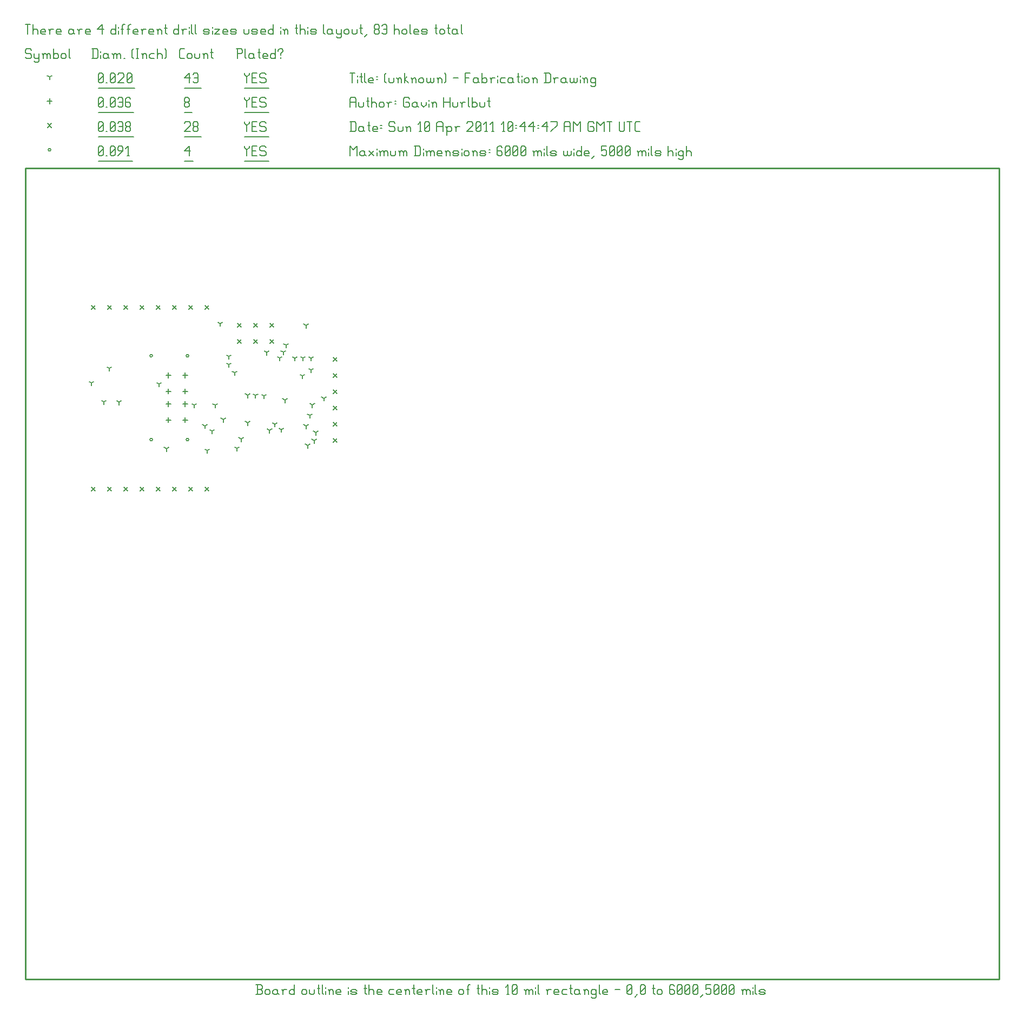
<source format=gbr>
G04 start of page 11 for group -3984 idx -3984 *
G04 Title: (unknown), fab *
G04 Creator: pcb 20091103 *
G04 CreationDate: Sun 10 Apr 2011 10:44:47 AM GMT UTC *
G04 For: gjhurlbu *
G04 Format: Gerber/RS-274X *
G04 PCB-Dimensions: 600000 500000 *
G04 PCB-Coordinate-Origin: lower left *
%MOIN*%
%FSLAX25Y25*%
%LNFAB*%
%ADD11C,0.0100*%
%ADD30R,0.0080X0.0080*%
%ADD31C,0.0060*%
G54D30*X99200Y384300D02*G75*G03X100800Y384300I800J0D01*G01*
G75*G03X99200Y384300I-800J0D01*G01*
X76800D02*G75*G03X78400Y384300I800J0D01*G01*
G75*G03X76800Y384300I-800J0D01*G01*
X99200Y332600D02*G75*G03X100800Y332600I800J0D01*G01*
G75*G03X99200Y332600I-800J0D01*G01*
X76800D02*G75*G03X78400Y332600I800J0D01*G01*
G75*G03X76800Y332600I-800J0D01*G01*
X14200Y511250D02*G75*G03X15800Y511250I800J0D01*G01*
G75*G03X14200Y511250I-800J0D01*G01*
G54D31*X135000Y513500D02*Y512750D01*
X136500Y511250D01*
X138000Y512750D01*
Y513500D02*Y512750D01*
X136500Y511250D02*Y507500D01*
X139801Y510500D02*X142051D01*
X139801Y507500D02*X142801D01*
X139801Y513500D02*Y507500D01*
Y513500D02*X142801D01*
X147603D02*X148353Y512750D01*
X145353Y513500D02*X147603D01*
X144603Y512750D02*X145353Y513500D01*
X144603Y512750D02*Y511250D01*
X145353Y510500D01*
X147603D01*
X148353Y509750D01*
Y508250D01*
X147603Y507500D02*X148353Y508250D01*
X145353Y507500D02*X147603D01*
X144603Y508250D02*X145353Y507500D01*
X135000Y504249D02*X150154D01*
X98000Y510500D02*X101000Y513500D01*
X98000Y510500D02*X101750D01*
X101000Y513500D02*Y507500D01*
X98000Y504249D02*X103551D01*
X45000Y508250D02*X45750Y507500D01*
X45000Y512750D02*Y508250D01*
Y512750D02*X45750Y513500D01*
X47250D01*
X48000Y512750D01*
Y508250D01*
X47250Y507500D02*X48000Y508250D01*
X45750Y507500D02*X47250D01*
X45000Y509000D02*X48000Y512000D01*
X49801Y507500D02*X50551D01*
X52353Y508250D02*X53103Y507500D01*
X52353Y512750D02*Y508250D01*
Y512750D02*X53103Y513500D01*
X54603D01*
X55353Y512750D01*
Y508250D01*
X54603Y507500D02*X55353Y508250D01*
X53103Y507500D02*X54603D01*
X52353Y509000D02*X55353Y512000D01*
X57154Y507500D02*X60154Y510500D01*
Y512750D02*Y510500D01*
X59404Y513500D02*X60154Y512750D01*
X57904Y513500D02*X59404D01*
X57154Y512750D02*X57904Y513500D01*
X57154Y512750D02*Y511250D01*
X57904Y510500D01*
X60154D01*
X62706Y507500D02*X64206D01*
X63456Y513500D02*Y507500D01*
X61956Y512000D02*X63456Y513500D01*
X45000Y504249D02*X66007D01*
X150800Y404200D02*X153200Y401800D01*
X150800D02*X153200Y404200D01*
X150800Y394200D02*X153200Y391800D01*
X150800D02*X153200Y394200D01*
X140800Y404200D02*X143200Y401800D01*
X140800D02*X143200Y404200D01*
X140800Y394200D02*X143200Y391800D01*
X140800D02*X143200Y394200D01*
X130800Y404200D02*X133200Y401800D01*
X130800D02*X133200Y404200D01*
X130800Y394200D02*X133200Y391800D01*
X130800D02*X133200Y394200D01*
X40800Y415200D02*X43200Y412800D01*
X40800D02*X43200Y415200D01*
X50800D02*X53200Y412800D01*
X50800D02*X53200Y415200D01*
X60800D02*X63200Y412800D01*
X60800D02*X63200Y415200D01*
X70800D02*X73200Y412800D01*
X70800D02*X73200Y415200D01*
X80800D02*X83200Y412800D01*
X80800D02*X83200Y415200D01*
X90800D02*X93200Y412800D01*
X90800D02*X93200Y415200D01*
X100800D02*X103200Y412800D01*
X100800D02*X103200Y415200D01*
X110800D02*X113200Y412800D01*
X110800D02*X113200Y415200D01*
X189800Y383200D02*X192200Y380800D01*
X189800D02*X192200Y383200D01*
X189800Y373200D02*X192200Y370800D01*
X189800D02*X192200Y373200D01*
X189800Y363200D02*X192200Y360800D01*
X189800D02*X192200Y363200D01*
X189800Y353200D02*X192200Y350800D01*
X189800D02*X192200Y353200D01*
X189800Y343200D02*X192200Y340800D01*
X189800D02*X192200Y343200D01*
X189800Y333200D02*X192200Y330800D01*
X189800D02*X192200Y333200D01*
X40800Y303200D02*X43200Y300800D01*
X40800D02*X43200Y303200D01*
X50800D02*X53200Y300800D01*
X50800D02*X53200Y303200D01*
X60800D02*X63200Y300800D01*
X60800D02*X63200Y303200D01*
X70800D02*X73200Y300800D01*
X70800D02*X73200Y303200D01*
X80800D02*X83200Y300800D01*
X80800D02*X83200Y303200D01*
X90800D02*X93200Y300800D01*
X90800D02*X93200Y303200D01*
X100800D02*X103200Y300800D01*
X100800D02*X103200Y303200D01*
X110800D02*X113200Y300800D01*
X110800D02*X113200Y303200D01*
X13800Y527450D02*X16200Y525050D01*
X13800D02*X16200Y527450D01*
X135000Y528500D02*Y527750D01*
X136500Y526250D01*
X138000Y527750D01*
Y528500D02*Y527750D01*
X136500Y526250D02*Y522500D01*
X139801Y525500D02*X142051D01*
X139801Y522500D02*X142801D01*
X139801Y528500D02*Y522500D01*
Y528500D02*X142801D01*
X147603D02*X148353Y527750D01*
X145353Y528500D02*X147603D01*
X144603Y527750D02*X145353Y528500D01*
X144603Y527750D02*Y526250D01*
X145353Y525500D01*
X147603D01*
X148353Y524750D01*
Y523250D01*
X147603Y522500D02*X148353Y523250D01*
X145353Y522500D02*X147603D01*
X144603Y523250D02*X145353Y522500D01*
X135000Y519249D02*X150154D01*
X98000Y527750D02*X98750Y528500D01*
X101000D01*
X101750Y527750D01*
Y526250D01*
X98000Y522500D02*X101750Y526250D01*
X98000Y522500D02*X101750D01*
X103551Y523250D02*X104301Y522500D01*
X103551Y524750D02*Y523250D01*
Y524750D02*X104301Y525500D01*
X105801D01*
X106551Y524750D01*
Y523250D01*
X105801Y522500D02*X106551Y523250D01*
X104301Y522500D02*X105801D01*
X103551Y526250D02*X104301Y525500D01*
X103551Y527750D02*Y526250D01*
Y527750D02*X104301Y528500D01*
X105801D01*
X106551Y527750D01*
Y526250D01*
X105801Y525500D02*X106551Y526250D01*
X98000Y519249D02*X108353D01*
X45000Y523250D02*X45750Y522500D01*
X45000Y527750D02*Y523250D01*
Y527750D02*X45750Y528500D01*
X47250D01*
X48000Y527750D01*
Y523250D01*
X47250Y522500D02*X48000Y523250D01*
X45750Y522500D02*X47250D01*
X45000Y524000D02*X48000Y527000D01*
X49801Y522500D02*X50551D01*
X52353Y523250D02*X53103Y522500D01*
X52353Y527750D02*Y523250D01*
Y527750D02*X53103Y528500D01*
X54603D01*
X55353Y527750D01*
Y523250D01*
X54603Y522500D02*X55353Y523250D01*
X53103Y522500D02*X54603D01*
X52353Y524000D02*X55353Y527000D01*
X57154Y527750D02*X57904Y528500D01*
X59404D01*
X60154Y527750D01*
Y523250D01*
X59404Y522500D02*X60154Y523250D01*
X57904Y522500D02*X59404D01*
X57154Y523250D02*X57904Y522500D01*
Y525500D02*X60154D01*
X61956Y523250D02*X62706Y522500D01*
X61956Y524750D02*Y523250D01*
Y524750D02*X62706Y525500D01*
X64206D01*
X64956Y524750D01*
Y523250D01*
X64206Y522500D02*X64956Y523250D01*
X62706Y522500D02*X64206D01*
X61956Y526250D02*X62706Y525500D01*
X61956Y527750D02*Y526250D01*
Y527750D02*X62706Y528500D01*
X64206D01*
X64956Y527750D01*
Y526250D01*
X64206Y525500D02*X64956Y526250D01*
X45000Y519249D02*X66757D01*
X88300Y373800D02*Y370600D01*
X86700Y372200D02*X89900D01*
X88300Y364000D02*Y360800D01*
X86700Y362400D02*X89900D01*
X88300Y356100D02*Y352900D01*
X86700Y354500D02*X89900D01*
X88300Y346300D02*Y343100D01*
X86700Y344700D02*X89900D01*
X98600Y373800D02*Y370600D01*
X97000Y372200D02*X100200D01*
X98600Y364000D02*Y360800D01*
X97000Y362400D02*X100200D01*
X98600Y356100D02*Y352900D01*
X97000Y354500D02*X100200D01*
X98600Y346300D02*Y343100D01*
X97000Y344700D02*X100200D01*
X15000Y542850D02*Y539650D01*
X13400Y541250D02*X16600D01*
X135000Y543500D02*Y542750D01*
X136500Y541250D01*
X138000Y542750D01*
Y543500D02*Y542750D01*
X136500Y541250D02*Y537500D01*
X139801Y540500D02*X142051D01*
X139801Y537500D02*X142801D01*
X139801Y543500D02*Y537500D01*
Y543500D02*X142801D01*
X147603D02*X148353Y542750D01*
X145353Y543500D02*X147603D01*
X144603Y542750D02*X145353Y543500D01*
X144603Y542750D02*Y541250D01*
X145353Y540500D01*
X147603D01*
X148353Y539750D01*
Y538250D01*
X147603Y537500D02*X148353Y538250D01*
X145353Y537500D02*X147603D01*
X144603Y538250D02*X145353Y537500D01*
X135000Y534249D02*X150154D01*
X98000Y538250D02*X98750Y537500D01*
X98000Y539750D02*Y538250D01*
Y539750D02*X98750Y540500D01*
X100250D01*
X101000Y539750D01*
Y538250D01*
X100250Y537500D02*X101000Y538250D01*
X98750Y537500D02*X100250D01*
X98000Y541250D02*X98750Y540500D01*
X98000Y542750D02*Y541250D01*
Y542750D02*X98750Y543500D01*
X100250D01*
X101000Y542750D01*
Y541250D01*
X100250Y540500D02*X101000Y541250D01*
X98000Y534249D02*X102801D01*
X45000Y538250D02*X45750Y537500D01*
X45000Y542750D02*Y538250D01*
Y542750D02*X45750Y543500D01*
X47250D01*
X48000Y542750D01*
Y538250D01*
X47250Y537500D02*X48000Y538250D01*
X45750Y537500D02*X47250D01*
X45000Y539000D02*X48000Y542000D01*
X49801Y537500D02*X50551D01*
X52353Y538250D02*X53103Y537500D01*
X52353Y542750D02*Y538250D01*
Y542750D02*X53103Y543500D01*
X54603D01*
X55353Y542750D01*
Y538250D01*
X54603Y537500D02*X55353Y538250D01*
X53103Y537500D02*X54603D01*
X52353Y539000D02*X55353Y542000D01*
X57154Y542750D02*X57904Y543500D01*
X59404D01*
X60154Y542750D01*
Y538250D01*
X59404Y537500D02*X60154Y538250D01*
X57904Y537500D02*X59404D01*
X57154Y538250D02*X57904Y537500D01*
Y540500D02*X60154D01*
X64206Y543500D02*X64956Y542750D01*
X62706Y543500D02*X64206D01*
X61956Y542750D02*X62706Y543500D01*
X61956Y542750D02*Y538250D01*
X62706Y537500D01*
X64206Y540500D02*X64956Y539750D01*
X61956Y540500D02*X64206D01*
X62706Y537500D02*X64206D01*
X64956Y538250D01*
Y539750D02*Y538250D01*
X45000Y534249D02*X66757D01*
X57761Y355664D02*Y354064D01*
Y355664D02*X59147Y356464D01*
X57761Y355664D02*X56375Y356464D01*
X160000Y357000D02*Y355400D01*
Y357000D02*X161386Y357800D01*
X160000Y357000D02*X158614Y357800D01*
X130439Y327201D02*Y325601D01*
Y327201D02*X131825Y328001D01*
X130439Y327201D02*X129053Y328001D01*
X137000Y343000D02*Y341400D01*
Y343000D02*X138386Y343800D01*
X137000Y343000D02*X135614Y343800D01*
X87000Y327000D02*Y325400D01*
Y327000D02*X88386Y327800D01*
X87000Y327000D02*X85614Y327800D01*
X160648Y390832D02*Y389232D01*
Y390832D02*X162034Y391632D01*
X160648Y390832D02*X159262Y391632D01*
X51730Y376598D02*Y374998D01*
Y376598D02*X53116Y377398D01*
X51730Y376598D02*X50344Y377398D01*
X40730Y367598D02*Y365998D01*
Y367598D02*X42116Y368398D01*
X40730Y367598D02*X39344Y368398D01*
X173000Y403000D02*Y401400D01*
Y403000D02*X174386Y403800D01*
X173000Y403000D02*X171614Y403800D01*
X125507Y378913D02*Y377313D01*
Y378913D02*X126893Y379713D01*
X125507Y378913D02*X124121Y379713D01*
X122000Y345000D02*Y343400D01*
Y345000D02*X123386Y345800D01*
X122000Y345000D02*X120614Y345800D01*
X117008Y353840D02*Y352240D01*
Y353840D02*X118394Y354640D01*
X117008Y353840D02*X115622Y354640D01*
X128983Y373945D02*Y372345D01*
Y373945D02*X130369Y374745D01*
X128983Y373945D02*X127597Y374745D01*
X175314Y347542D02*Y345942D01*
Y347542D02*X176700Y348342D01*
X175314Y347542D02*X173928Y348342D01*
X184024Y358092D02*Y356492D01*
Y358092D02*X185410Y358892D01*
X184024Y358092D02*X182638Y358892D01*
X104226Y353933D02*Y352333D01*
Y353933D02*X105612Y354733D01*
X104226Y353933D02*X102840Y354733D01*
X157730Y338750D02*Y337150D01*
Y338750D02*X159116Y339550D01*
X157730Y338750D02*X156344Y339550D01*
X153884Y342047D02*Y340447D01*
Y342047D02*X155270Y342847D01*
X153884Y342047D02*X152498Y342847D01*
X150587Y338338D02*Y336738D01*
Y338338D02*X151973Y339138D01*
X150587Y338338D02*X149201Y339138D01*
X125450Y383883D02*Y382283D01*
Y383883D02*X126836Y384683D01*
X125450Y383883D02*X124064Y384683D01*
X141957Y359821D02*Y358221D01*
Y359821D02*X143343Y360621D01*
X141957Y359821D02*X140571Y360621D01*
X170897Y371935D02*Y370335D01*
Y371935D02*X172283Y372735D01*
X170897Y371935D02*X169511Y372735D01*
X115105Y337831D02*Y336231D01*
Y337831D02*X116491Y338631D01*
X115105Y337831D02*X113719Y338631D01*
X110640Y341036D02*Y339436D01*
Y341036D02*X112026Y341836D01*
X110640Y341036D02*X109254Y341836D01*
X133000Y333000D02*Y331400D01*
Y333000D02*X134386Y333800D01*
X133000Y333000D02*X131614Y333800D01*
X112043Y325769D02*Y324169D01*
Y325769D02*X113429Y326569D01*
X112043Y325769D02*X110657Y326569D01*
X137000Y360000D02*Y358400D01*
Y360000D02*X138386Y360800D01*
X137000Y360000D02*X135614Y360800D01*
X178000Y332000D02*Y330400D01*
Y332000D02*X179386Y332800D01*
X178000Y332000D02*X176614Y332800D01*
X176962Y353998D02*Y352398D01*
Y353998D02*X178348Y354798D01*
X176962Y353998D02*X175576Y354798D01*
X148742Y386332D02*Y384732D01*
Y386332D02*X150128Y387132D01*
X148742Y386332D02*X147356Y387132D01*
X174000Y329000D02*Y327400D01*
Y329000D02*X175386Y329800D01*
X174000Y329000D02*X172614Y329800D01*
X179000Y337000D02*Y335400D01*
Y337000D02*X180386Y337800D01*
X179000Y337000D02*X177614Y337800D01*
X176064Y375512D02*Y373912D01*
Y375512D02*X177450Y376312D01*
X176064Y375512D02*X174678Y376312D01*
X171056Y382826D02*Y381226D01*
Y382826D02*X172442Y383626D01*
X171056Y382826D02*X169670Y383626D01*
X48578Y355867D02*Y354267D01*
Y355867D02*X49964Y356667D01*
X48578Y355867D02*X47192Y356667D01*
X82524Y366941D02*Y365341D01*
Y366941D02*X83910Y367741D01*
X82524Y366941D02*X81138Y367741D01*
X159020Y386489D02*Y384889D01*
Y386489D02*X160406Y387289D01*
X159020Y386489D02*X157634Y387289D01*
X156692Y382840D02*Y381240D01*
Y382840D02*X158078Y383640D01*
X156692Y382840D02*X155306Y383640D01*
X176064Y382746D02*Y381146D01*
Y382746D02*X177450Y383546D01*
X176064Y382746D02*X174678Y383546D01*
X166047Y382746D02*Y381146D01*
Y382746D02*X167433Y383546D01*
X166047Y382746D02*X164661Y383546D01*
X173000Y341000D02*Y339400D01*
Y341000D02*X174386Y341800D01*
X173000Y341000D02*X171614Y341800D01*
X120194Y404027D02*Y402427D01*
Y404027D02*X121580Y404827D01*
X120194Y404027D02*X118808Y404827D01*
X147089Y359432D02*Y357832D01*
Y359432D02*X148475Y360232D01*
X147089Y359432D02*X145703Y360232D01*
X15000Y556250D02*Y554650D01*
Y556250D02*X16386Y557050D01*
X15000Y556250D02*X13614Y557050D01*
X135000Y558500D02*Y557750D01*
X136500Y556250D01*
X138000Y557750D01*
Y558500D02*Y557750D01*
X136500Y556250D02*Y552500D01*
X139801Y555500D02*X142051D01*
X139801Y552500D02*X142801D01*
X139801Y558500D02*Y552500D01*
Y558500D02*X142801D01*
X147603D02*X148353Y557750D01*
X145353Y558500D02*X147603D01*
X144603Y557750D02*X145353Y558500D01*
X144603Y557750D02*Y556250D01*
X145353Y555500D01*
X147603D01*
X148353Y554750D01*
Y553250D01*
X147603Y552500D02*X148353Y553250D01*
X145353Y552500D02*X147603D01*
X144603Y553250D02*X145353Y552500D01*
X135000Y549249D02*X150154D01*
X98000Y555500D02*X101000Y558500D01*
X98000Y555500D02*X101750D01*
X101000Y558500D02*Y552500D01*
X103551Y557750D02*X104301Y558500D01*
X105801D01*
X106551Y557750D01*
Y553250D01*
X105801Y552500D02*X106551Y553250D01*
X104301Y552500D02*X105801D01*
X103551Y553250D02*X104301Y552500D01*
Y555500D02*X106551D01*
X98000Y549249D02*X108353D01*
X45000Y553250D02*X45750Y552500D01*
X45000Y557750D02*Y553250D01*
Y557750D02*X45750Y558500D01*
X47250D01*
X48000Y557750D01*
Y553250D01*
X47250Y552500D02*X48000Y553250D01*
X45750Y552500D02*X47250D01*
X45000Y554000D02*X48000Y557000D01*
X49801Y552500D02*X50551D01*
X52353Y553250D02*X53103Y552500D01*
X52353Y557750D02*Y553250D01*
Y557750D02*X53103Y558500D01*
X54603D01*
X55353Y557750D01*
Y553250D01*
X54603Y552500D02*X55353Y553250D01*
X53103Y552500D02*X54603D01*
X52353Y554000D02*X55353Y557000D01*
X57154Y557750D02*X57904Y558500D01*
X60154D01*
X60904Y557750D01*
Y556250D01*
X57154Y552500D02*X60904Y556250D01*
X57154Y552500D02*X60904D01*
X62706Y553250D02*X63456Y552500D01*
X62706Y557750D02*Y553250D01*
Y557750D02*X63456Y558500D01*
X64956D01*
X65706Y557750D01*
Y553250D01*
X64956Y552500D02*X65706Y553250D01*
X63456Y552500D02*X64956D01*
X62706Y554000D02*X65706Y557000D01*
X45000Y549249D02*X67507D01*
X3000Y573500D02*X3750Y572750D01*
X750Y573500D02*X3000D01*
X0Y572750D02*X750Y573500D01*
X0Y572750D02*Y571250D01*
X750Y570500D01*
X3000D01*
X3750Y569750D01*
Y568250D01*
X3000Y567500D02*X3750Y568250D01*
X750Y567500D02*X3000D01*
X0Y568250D02*X750Y567500D01*
X5551Y570500D02*Y568250D01*
X6301Y567500D01*
X8551Y570500D02*Y566000D01*
X7801Y565250D02*X8551Y566000D01*
X6301Y565250D02*X7801D01*
X5551Y566000D02*X6301Y565250D01*
Y567500D02*X7801D01*
X8551Y568250D01*
X11103Y569750D02*Y567500D01*
Y569750D02*X11853Y570500D01*
X12603D01*
X13353Y569750D01*
Y567500D01*
Y569750D02*X14103Y570500D01*
X14853D01*
X15603Y569750D01*
Y567500D01*
X10353Y570500D02*X11103Y569750D01*
X17404Y573500D02*Y567500D01*
Y568250D02*X18154Y567500D01*
X19654D01*
X20404Y568250D01*
Y569750D02*Y568250D01*
X19654Y570500D02*X20404Y569750D01*
X18154Y570500D02*X19654D01*
X17404Y569750D02*X18154Y570500D01*
X22206Y569750D02*Y568250D01*
Y569750D02*X22956Y570500D01*
X24456D01*
X25206Y569750D01*
Y568250D01*
X24456Y567500D02*X25206Y568250D01*
X22956Y567500D02*X24456D01*
X22206Y568250D02*X22956Y567500D01*
X27007Y573500D02*Y568250D01*
X27757Y567500D01*
X41750Y573500D02*Y567500D01*
X44000Y573500D02*X44750Y572750D01*
Y568250D01*
X44000Y567500D02*X44750Y568250D01*
X41000Y567500D02*X44000D01*
X41000Y573500D02*X44000D01*
X46551Y572000D02*Y571250D01*
Y569750D02*Y567500D01*
X50303Y570500D02*X51053Y569750D01*
X48803Y570500D02*X50303D01*
X48053Y569750D02*X48803Y570500D01*
X48053Y569750D02*Y568250D01*
X48803Y567500D01*
X51053Y570500D02*Y568250D01*
X51803Y567500D01*
X48803D02*X50303D01*
X51053Y568250D01*
X54354Y569750D02*Y567500D01*
Y569750D02*X55104Y570500D01*
X55854D01*
X56604Y569750D01*
Y567500D01*
Y569750D02*X57354Y570500D01*
X58104D01*
X58854Y569750D01*
Y567500D01*
X53604Y570500D02*X54354Y569750D01*
X60656Y567500D02*X61406D01*
X65907Y568250D02*X66657Y567500D01*
X65907Y572750D02*X66657Y573500D01*
X65907Y572750D02*Y568250D01*
X68459Y573500D02*X69959D01*
X69209D02*Y567500D01*
X68459D02*X69959D01*
X72510Y569750D02*Y567500D01*
Y569750D02*X73260Y570500D01*
X74010D01*
X74760Y569750D01*
Y567500D01*
X71760Y570500D02*X72510Y569750D01*
X77312Y570500D02*X79562D01*
X76562Y569750D02*X77312Y570500D01*
X76562Y569750D02*Y568250D01*
X77312Y567500D01*
X79562D01*
X81363Y573500D02*Y567500D01*
Y569750D02*X82113Y570500D01*
X83613D01*
X84363Y569750D01*
Y567500D01*
X86165Y573500D02*X86915Y572750D01*
Y568250D01*
X86165Y567500D02*X86915Y568250D01*
X95750Y567500D02*X98000D01*
X95000Y568250D02*X95750Y567500D01*
X95000Y572750D02*Y568250D01*
Y572750D02*X95750Y573500D01*
X98000D01*
X99801Y569750D02*Y568250D01*
Y569750D02*X100551Y570500D01*
X102051D01*
X102801Y569750D01*
Y568250D01*
X102051Y567500D02*X102801Y568250D01*
X100551Y567500D02*X102051D01*
X99801Y568250D02*X100551Y567500D01*
X104603Y570500D02*Y568250D01*
X105353Y567500D01*
X106853D01*
X107603Y568250D01*
Y570500D02*Y568250D01*
X110154Y569750D02*Y567500D01*
Y569750D02*X110904Y570500D01*
X111654D01*
X112404Y569750D01*
Y567500D01*
X109404Y570500D02*X110154Y569750D01*
X114956Y573500D02*Y568250D01*
X115706Y567500D01*
X114206Y571250D02*X115706D01*
X130750Y573500D02*Y567500D01*
X130000Y573500D02*X133000D01*
X133750Y572750D01*
Y571250D01*
X133000Y570500D02*X133750Y571250D01*
X130750Y570500D02*X133000D01*
X135551Y573500D02*Y568250D01*
X136301Y567500D01*
X140053Y570500D02*X140803Y569750D01*
X138553Y570500D02*X140053D01*
X137803Y569750D02*X138553Y570500D01*
X137803Y569750D02*Y568250D01*
X138553Y567500D01*
X140803Y570500D02*Y568250D01*
X141553Y567500D01*
X138553D02*X140053D01*
X140803Y568250D01*
X144104Y573500D02*Y568250D01*
X144854Y567500D01*
X143354Y571250D02*X144854D01*
X147106Y567500D02*X149356D01*
X146356Y568250D02*X147106Y567500D01*
X146356Y569750D02*Y568250D01*
Y569750D02*X147106Y570500D01*
X148606D01*
X149356Y569750D01*
X146356Y569000D02*X149356D01*
Y569750D02*Y569000D01*
X154157Y573500D02*Y567500D01*
X153407D02*X154157Y568250D01*
X151907Y567500D02*X153407D01*
X151157Y568250D02*X151907Y567500D01*
X151157Y569750D02*Y568250D01*
Y569750D02*X151907Y570500D01*
X153407D01*
X154157Y569750D01*
X157459Y570500D02*Y569750D01*
Y568250D02*Y567500D01*
X155959Y572750D02*Y572000D01*
Y572750D02*X156709Y573500D01*
X158209D01*
X158959Y572750D01*
Y572000D01*
X157459Y570500D02*X158959Y572000D01*
X0Y588500D02*X3000D01*
X1500D02*Y582500D01*
X4801Y588500D02*Y582500D01*
Y584750D02*X5551Y585500D01*
X7051D01*
X7801Y584750D01*
Y582500D01*
X10353D02*X12603D01*
X9603Y583250D02*X10353Y582500D01*
X9603Y584750D02*Y583250D01*
Y584750D02*X10353Y585500D01*
X11853D01*
X12603Y584750D01*
X9603Y584000D02*X12603D01*
Y584750D02*Y584000D01*
X15154Y584750D02*Y582500D01*
Y584750D02*X15904Y585500D01*
X17404D01*
X14404D02*X15154Y584750D01*
X19956Y582500D02*X22206D01*
X19206Y583250D02*X19956Y582500D01*
X19206Y584750D02*Y583250D01*
Y584750D02*X19956Y585500D01*
X21456D01*
X22206Y584750D01*
X19206Y584000D02*X22206D01*
Y584750D02*Y584000D01*
X28957Y585500D02*X29707Y584750D01*
X27457Y585500D02*X28957D01*
X26707Y584750D02*X27457Y585500D01*
X26707Y584750D02*Y583250D01*
X27457Y582500D01*
X29707Y585500D02*Y583250D01*
X30457Y582500D01*
X27457D02*X28957D01*
X29707Y583250D01*
X33009Y584750D02*Y582500D01*
Y584750D02*X33759Y585500D01*
X35259D01*
X32259D02*X33009Y584750D01*
X37810Y582500D02*X40060D01*
X37060Y583250D02*X37810Y582500D01*
X37060Y584750D02*Y583250D01*
Y584750D02*X37810Y585500D01*
X39310D01*
X40060Y584750D01*
X37060Y584000D02*X40060D01*
Y584750D02*Y584000D01*
X44562Y585500D02*X47562Y588500D01*
X44562Y585500D02*X48312D01*
X47562Y588500D02*Y582500D01*
X55813Y588500D02*Y582500D01*
X55063D02*X55813Y583250D01*
X53563Y582500D02*X55063D01*
X52813Y583250D02*X53563Y582500D01*
X52813Y584750D02*Y583250D01*
Y584750D02*X53563Y585500D01*
X55063D01*
X55813Y584750D01*
X57615Y587000D02*Y586250D01*
Y584750D02*Y582500D01*
X59866Y587750D02*Y582500D01*
Y587750D02*X60616Y588500D01*
X61366D01*
X59116Y585500D02*X60616D01*
X63618Y587750D02*Y582500D01*
Y587750D02*X64368Y588500D01*
X65118D01*
X62868Y585500D02*X64368D01*
X67369Y582500D02*X69619D01*
X66619Y583250D02*X67369Y582500D01*
X66619Y584750D02*Y583250D01*
Y584750D02*X67369Y585500D01*
X68869D01*
X69619Y584750D01*
X66619Y584000D02*X69619D01*
Y584750D02*Y584000D01*
X72171Y584750D02*Y582500D01*
Y584750D02*X72921Y585500D01*
X74421D01*
X71421D02*X72171Y584750D01*
X76972Y582500D02*X79222D01*
X76222Y583250D02*X76972Y582500D01*
X76222Y584750D02*Y583250D01*
Y584750D02*X76972Y585500D01*
X78472D01*
X79222Y584750D01*
X76222Y584000D02*X79222D01*
Y584750D02*Y584000D01*
X81774Y584750D02*Y582500D01*
Y584750D02*X82524Y585500D01*
X83274D01*
X84024Y584750D01*
Y582500D01*
X81024Y585500D02*X81774Y584750D01*
X86575Y588500D02*Y583250D01*
X87325Y582500D01*
X85825Y586250D02*X87325D01*
X94527Y588500D02*Y582500D01*
X93777D02*X94527Y583250D01*
X92277Y582500D02*X93777D01*
X91527Y583250D02*X92277Y582500D01*
X91527Y584750D02*Y583250D01*
Y584750D02*X92277Y585500D01*
X93777D01*
X94527Y584750D01*
X97078D02*Y582500D01*
Y584750D02*X97828Y585500D01*
X99328D01*
X96328D02*X97078Y584750D01*
X101130Y587000D02*Y586250D01*
Y584750D02*Y582500D01*
X102631Y588500D02*Y583250D01*
X103381Y582500D01*
X104883Y588500D02*Y583250D01*
X105633Y582500D01*
X110584D02*X112834D01*
X113584Y583250D01*
X112834Y584000D02*X113584Y583250D01*
X110584Y584000D02*X112834D01*
X109834Y584750D02*X110584Y584000D01*
X109834Y584750D02*X110584Y585500D01*
X112834D01*
X113584Y584750D01*
X109834Y583250D02*X110584Y582500D01*
X115386Y587000D02*Y586250D01*
Y584750D02*Y582500D01*
X116887Y585500D02*X119887D01*
X116887Y582500D02*X119887Y585500D01*
X116887Y582500D02*X119887D01*
X122439D02*X124689D01*
X121689Y583250D02*X122439Y582500D01*
X121689Y584750D02*Y583250D01*
Y584750D02*X122439Y585500D01*
X123939D01*
X124689Y584750D01*
X121689Y584000D02*X124689D01*
Y584750D02*Y584000D01*
X127240Y582500D02*X129490D01*
X130240Y583250D01*
X129490Y584000D02*X130240Y583250D01*
X127240Y584000D02*X129490D01*
X126490Y584750D02*X127240Y584000D01*
X126490Y584750D02*X127240Y585500D01*
X129490D01*
X130240Y584750D01*
X126490Y583250D02*X127240Y582500D01*
X134742Y585500D02*Y583250D01*
X135492Y582500D01*
X136992D01*
X137742Y583250D01*
Y585500D02*Y583250D01*
X140293Y582500D02*X142543D01*
X143293Y583250D01*
X142543Y584000D02*X143293Y583250D01*
X140293Y584000D02*X142543D01*
X139543Y584750D02*X140293Y584000D01*
X139543Y584750D02*X140293Y585500D01*
X142543D01*
X143293Y584750D01*
X139543Y583250D02*X140293Y582500D01*
X145845D02*X148095D01*
X145095Y583250D02*X145845Y582500D01*
X145095Y584750D02*Y583250D01*
Y584750D02*X145845Y585500D01*
X147345D01*
X148095Y584750D01*
X145095Y584000D02*X148095D01*
Y584750D02*Y584000D01*
X152896Y588500D02*Y582500D01*
X152146D02*X152896Y583250D01*
X150646Y582500D02*X152146D01*
X149896Y583250D02*X150646Y582500D01*
X149896Y584750D02*Y583250D01*
Y584750D02*X150646Y585500D01*
X152146D01*
X152896Y584750D01*
X157398Y587000D02*Y586250D01*
Y584750D02*Y582500D01*
X159649Y584750D02*Y582500D01*
Y584750D02*X160399Y585500D01*
X161149D01*
X161899Y584750D01*
Y582500D01*
X158899Y585500D02*X159649Y584750D01*
X167151Y588500D02*Y583250D01*
X167901Y582500D01*
X166401Y586250D02*X167901D01*
X169402Y588500D02*Y582500D01*
Y584750D02*X170152Y585500D01*
X171652D01*
X172402Y584750D01*
Y582500D01*
X174204Y587000D02*Y586250D01*
Y584750D02*Y582500D01*
X176455D02*X178705D01*
X179455Y583250D01*
X178705Y584000D02*X179455Y583250D01*
X176455Y584000D02*X178705D01*
X175705Y584750D02*X176455Y584000D01*
X175705Y584750D02*X176455Y585500D01*
X178705D01*
X179455Y584750D01*
X175705Y583250D02*X176455Y582500D01*
X183957Y588500D02*Y583250D01*
X184707Y582500D01*
X188458Y585500D02*X189208Y584750D01*
X186958Y585500D02*X188458D01*
X186208Y584750D02*X186958Y585500D01*
X186208Y584750D02*Y583250D01*
X186958Y582500D01*
X189208Y585500D02*Y583250D01*
X189958Y582500D01*
X186958D02*X188458D01*
X189208Y583250D01*
X191760Y585500D02*Y583250D01*
X192510Y582500D01*
X194760Y585500D02*Y581000D01*
X194010Y580250D02*X194760Y581000D01*
X192510Y580250D02*X194010D01*
X191760Y581000D02*X192510Y580250D01*
Y582500D02*X194010D01*
X194760Y583250D01*
X196561Y584750D02*Y583250D01*
Y584750D02*X197311Y585500D01*
X198811D01*
X199561Y584750D01*
Y583250D01*
X198811Y582500D02*X199561Y583250D01*
X197311Y582500D02*X198811D01*
X196561Y583250D02*X197311Y582500D01*
X201363Y585500D02*Y583250D01*
X202113Y582500D01*
X203613D01*
X204363Y583250D01*
Y585500D02*Y583250D01*
X206914Y588500D02*Y583250D01*
X207664Y582500D01*
X206164Y586250D02*X207664D01*
X209166Y581000D02*X210666Y582500D01*
X215167Y583250D02*X215917Y582500D01*
X215167Y584750D02*Y583250D01*
Y584750D02*X215917Y585500D01*
X217417D01*
X218167Y584750D01*
Y583250D01*
X217417Y582500D02*X218167Y583250D01*
X215917Y582500D02*X217417D01*
X215167Y586250D02*X215917Y585500D01*
X215167Y587750D02*Y586250D01*
Y587750D02*X215917Y588500D01*
X217417D01*
X218167Y587750D01*
Y586250D01*
X217417Y585500D02*X218167Y586250D01*
X219969Y587750D02*X220719Y588500D01*
X222219D01*
X222969Y587750D01*
Y583250D01*
X222219Y582500D02*X222969Y583250D01*
X220719Y582500D02*X222219D01*
X219969Y583250D02*X220719Y582500D01*
Y585500D02*X222969D01*
X227470Y588500D02*Y582500D01*
Y584750D02*X228220Y585500D01*
X229720D01*
X230470Y584750D01*
Y582500D01*
X232272Y584750D02*Y583250D01*
Y584750D02*X233022Y585500D01*
X234522D01*
X235272Y584750D01*
Y583250D01*
X234522Y582500D02*X235272Y583250D01*
X233022Y582500D02*X234522D01*
X232272Y583250D02*X233022Y582500D01*
X237073Y588500D02*Y583250D01*
X237823Y582500D01*
X240075D02*X242325D01*
X239325Y583250D02*X240075Y582500D01*
X239325Y584750D02*Y583250D01*
Y584750D02*X240075Y585500D01*
X241575D01*
X242325Y584750D01*
X239325Y584000D02*X242325D01*
Y584750D02*Y584000D01*
X244876Y582500D02*X247126D01*
X247876Y583250D01*
X247126Y584000D02*X247876Y583250D01*
X244876Y584000D02*X247126D01*
X244126Y584750D02*X244876Y584000D01*
X244126Y584750D02*X244876Y585500D01*
X247126D01*
X247876Y584750D01*
X244126Y583250D02*X244876Y582500D01*
X253128Y588500D02*Y583250D01*
X253878Y582500D01*
X252378Y586250D02*X253878D01*
X255379Y584750D02*Y583250D01*
Y584750D02*X256129Y585500D01*
X257629D01*
X258379Y584750D01*
Y583250D01*
X257629Y582500D02*X258379Y583250D01*
X256129Y582500D02*X257629D01*
X255379Y583250D02*X256129Y582500D01*
X260931Y588500D02*Y583250D01*
X261681Y582500D01*
X260181Y586250D02*X261681D01*
X265432Y585500D02*X266182Y584750D01*
X263932Y585500D02*X265432D01*
X263182Y584750D02*X263932Y585500D01*
X263182Y584750D02*Y583250D01*
X263932Y582500D01*
X266182Y585500D02*Y583250D01*
X266932Y582500D01*
X263932D02*X265432D01*
X266182Y583250D01*
X268734Y588500D02*Y583250D01*
X269484Y582500D01*
G54D11*X0Y500000D02*X600000D01*
X0D02*Y0D01*
X600000Y500000D02*Y0D01*
X0D02*X600000D01*
G54D31*X200000Y513500D02*Y507500D01*
Y513500D02*X202250Y511250D01*
X204500Y513500D01*
Y507500D01*
X208551Y510500D02*X209301Y509750D01*
X207051Y510500D02*X208551D01*
X206301Y509750D02*X207051Y510500D01*
X206301Y509750D02*Y508250D01*
X207051Y507500D01*
X209301Y510500D02*Y508250D01*
X210051Y507500D01*
X207051D02*X208551D01*
X209301Y508250D01*
X211853Y510500D02*X214853Y507500D01*
X211853D02*X214853Y510500D01*
X216654Y512000D02*Y511250D01*
Y509750D02*Y507500D01*
X218906Y509750D02*Y507500D01*
Y509750D02*X219656Y510500D01*
X220406D01*
X221156Y509750D01*
Y507500D01*
Y509750D02*X221906Y510500D01*
X222656D01*
X223406Y509750D01*
Y507500D01*
X218156Y510500D02*X218906Y509750D01*
X225207Y510500D02*Y508250D01*
X225957Y507500D01*
X227457D01*
X228207Y508250D01*
Y510500D02*Y508250D01*
X230759Y509750D02*Y507500D01*
Y509750D02*X231509Y510500D01*
X232259D01*
X233009Y509750D01*
Y507500D01*
Y509750D02*X233759Y510500D01*
X234509D01*
X235259Y509750D01*
Y507500D01*
X230009Y510500D02*X230759Y509750D01*
X240510Y513500D02*Y507500D01*
X242760Y513500D02*X243510Y512750D01*
Y508250D01*
X242760Y507500D02*X243510Y508250D01*
X239760Y507500D02*X242760D01*
X239760Y513500D02*X242760D01*
X245312Y512000D02*Y511250D01*
Y509750D02*Y507500D01*
X247563Y509750D02*Y507500D01*
Y509750D02*X248313Y510500D01*
X249063D01*
X249813Y509750D01*
Y507500D01*
Y509750D02*X250563Y510500D01*
X251313D01*
X252063Y509750D01*
Y507500D01*
X246813Y510500D02*X247563Y509750D01*
X254615Y507500D02*X256865D01*
X253865Y508250D02*X254615Y507500D01*
X253865Y509750D02*Y508250D01*
Y509750D02*X254615Y510500D01*
X256115D01*
X256865Y509750D01*
X253865Y509000D02*X256865D01*
Y509750D02*Y509000D01*
X259416Y509750D02*Y507500D01*
Y509750D02*X260166Y510500D01*
X260916D01*
X261666Y509750D01*
Y507500D01*
X258666Y510500D02*X259416Y509750D01*
X264218Y507500D02*X266468D01*
X267218Y508250D01*
X266468Y509000D02*X267218Y508250D01*
X264218Y509000D02*X266468D01*
X263468Y509750D02*X264218Y509000D01*
X263468Y509750D02*X264218Y510500D01*
X266468D01*
X267218Y509750D01*
X263468Y508250D02*X264218Y507500D01*
X269019Y512000D02*Y511250D01*
Y509750D02*Y507500D01*
X270521Y509750D02*Y508250D01*
Y509750D02*X271271Y510500D01*
X272771D01*
X273521Y509750D01*
Y508250D01*
X272771Y507500D02*X273521Y508250D01*
X271271Y507500D02*X272771D01*
X270521Y508250D02*X271271Y507500D01*
X276072Y509750D02*Y507500D01*
Y509750D02*X276822Y510500D01*
X277572D01*
X278322Y509750D01*
Y507500D01*
X275322Y510500D02*X276072Y509750D01*
X280874Y507500D02*X283124D01*
X283874Y508250D01*
X283124Y509000D02*X283874Y508250D01*
X280874Y509000D02*X283124D01*
X280124Y509750D02*X280874Y509000D01*
X280124Y509750D02*X280874Y510500D01*
X283124D01*
X283874Y509750D01*
X280124Y508250D02*X280874Y507500D01*
X285675Y511250D02*X286425D01*
X285675Y509750D02*X286425D01*
X293177Y513500D02*X293927Y512750D01*
X291677Y513500D02*X293177D01*
X290927Y512750D02*X291677Y513500D01*
X290927Y512750D02*Y508250D01*
X291677Y507500D01*
X293177Y510500D02*X293927Y509750D01*
X290927Y510500D02*X293177D01*
X291677Y507500D02*X293177D01*
X293927Y508250D01*
Y509750D02*Y508250D01*
X295728D02*X296478Y507500D01*
X295728Y512750D02*Y508250D01*
Y512750D02*X296478Y513500D01*
X297978D01*
X298728Y512750D01*
Y508250D01*
X297978Y507500D02*X298728Y508250D01*
X296478Y507500D02*X297978D01*
X295728Y509000D02*X298728Y512000D01*
X300530Y508250D02*X301280Y507500D01*
X300530Y512750D02*Y508250D01*
Y512750D02*X301280Y513500D01*
X302780D01*
X303530Y512750D01*
Y508250D01*
X302780Y507500D02*X303530Y508250D01*
X301280Y507500D02*X302780D01*
X300530Y509000D02*X303530Y512000D01*
X305331Y508250D02*X306081Y507500D01*
X305331Y512750D02*Y508250D01*
Y512750D02*X306081Y513500D01*
X307581D01*
X308331Y512750D01*
Y508250D01*
X307581Y507500D02*X308331Y508250D01*
X306081Y507500D02*X307581D01*
X305331Y509000D02*X308331Y512000D01*
X313583Y509750D02*Y507500D01*
Y509750D02*X314333Y510500D01*
X315083D01*
X315833Y509750D01*
Y507500D01*
Y509750D02*X316583Y510500D01*
X317333D01*
X318083Y509750D01*
Y507500D01*
X312833Y510500D02*X313583Y509750D01*
X319884Y512000D02*Y511250D01*
Y509750D02*Y507500D01*
X321386Y513500D02*Y508250D01*
X322136Y507500D01*
X324387D02*X326637D01*
X327387Y508250D01*
X326637Y509000D02*X327387Y508250D01*
X324387Y509000D02*X326637D01*
X323637Y509750D02*X324387Y509000D01*
X323637Y509750D02*X324387Y510500D01*
X326637D01*
X327387Y509750D01*
X323637Y508250D02*X324387Y507500D01*
X331889Y510500D02*Y508250D01*
X332639Y507500D01*
X333389D01*
X334139Y508250D01*
Y510500D02*Y508250D01*
X334889Y507500D01*
X335639D01*
X336389Y508250D01*
Y510500D02*Y508250D01*
X338190Y512000D02*Y511250D01*
Y509750D02*Y507500D01*
X342692Y513500D02*Y507500D01*
X341942D02*X342692Y508250D01*
X340442Y507500D02*X341942D01*
X339692Y508250D02*X340442Y507500D01*
X339692Y509750D02*Y508250D01*
Y509750D02*X340442Y510500D01*
X341942D01*
X342692Y509750D01*
X345243Y507500D02*X347493D01*
X344493Y508250D02*X345243Y507500D01*
X344493Y509750D02*Y508250D01*
Y509750D02*X345243Y510500D01*
X346743D01*
X347493Y509750D01*
X344493Y509000D02*X347493D01*
Y509750D02*Y509000D01*
X349295Y506000D02*X350795Y507500D01*
X355296Y513500D02*X358296D01*
X355296D02*Y510500D01*
X356046Y511250D01*
X357546D01*
X358296Y510500D01*
Y508250D01*
X357546Y507500D02*X358296Y508250D01*
X356046Y507500D02*X357546D01*
X355296Y508250D02*X356046Y507500D01*
X360098Y508250D02*X360848Y507500D01*
X360098Y512750D02*Y508250D01*
Y512750D02*X360848Y513500D01*
X362348D01*
X363098Y512750D01*
Y508250D01*
X362348Y507500D02*X363098Y508250D01*
X360848Y507500D02*X362348D01*
X360098Y509000D02*X363098Y512000D01*
X364899Y508250D02*X365649Y507500D01*
X364899Y512750D02*Y508250D01*
Y512750D02*X365649Y513500D01*
X367149D01*
X367899Y512750D01*
Y508250D01*
X367149Y507500D02*X367899Y508250D01*
X365649Y507500D02*X367149D01*
X364899Y509000D02*X367899Y512000D01*
X369701Y508250D02*X370451Y507500D01*
X369701Y512750D02*Y508250D01*
Y512750D02*X370451Y513500D01*
X371951D01*
X372701Y512750D01*
Y508250D01*
X371951Y507500D02*X372701Y508250D01*
X370451Y507500D02*X371951D01*
X369701Y509000D02*X372701Y512000D01*
X377952Y509750D02*Y507500D01*
Y509750D02*X378702Y510500D01*
X379452D01*
X380202Y509750D01*
Y507500D01*
Y509750D02*X380952Y510500D01*
X381702D01*
X382452Y509750D01*
Y507500D01*
X377202Y510500D02*X377952Y509750D01*
X384254Y512000D02*Y511250D01*
Y509750D02*Y507500D01*
X385755Y513500D02*Y508250D01*
X386505Y507500D01*
X388757D02*X391007D01*
X391757Y508250D01*
X391007Y509000D02*X391757Y508250D01*
X388757Y509000D02*X391007D01*
X388007Y509750D02*X388757Y509000D01*
X388007Y509750D02*X388757Y510500D01*
X391007D01*
X391757Y509750D01*
X388007Y508250D02*X388757Y507500D01*
X396258Y513500D02*Y507500D01*
Y509750D02*X397008Y510500D01*
X398508D01*
X399258Y509750D01*
Y507500D01*
X401060Y512000D02*Y511250D01*
Y509750D02*Y507500D01*
X404811Y510500D02*X405561Y509750D01*
X403311Y510500D02*X404811D01*
X402561Y509750D02*X403311Y510500D01*
X402561Y509750D02*Y508250D01*
X403311Y507500D01*
X404811D01*
X405561Y508250D01*
X402561Y506000D02*X403311Y505250D01*
X404811D01*
X405561Y506000D01*
Y510500D02*Y506000D01*
X407363Y513500D02*Y507500D01*
Y509750D02*X408113Y510500D01*
X409613D01*
X410363Y509750D01*
Y507500D01*
X142226Y-9500D02*X145226D01*
X145976Y-8750D01*
Y-7250D02*Y-8750D01*
X145226Y-6500D02*X145976Y-7250D01*
X142976Y-6500D02*X145226D01*
X142976Y-3500D02*Y-9500D01*
X142226Y-3500D02*X145226D01*
X145976Y-4250D01*
Y-5750D01*
X145226Y-6500D02*X145976Y-5750D01*
X147777Y-7250D02*Y-8750D01*
Y-7250D02*X148527Y-6500D01*
X150027D01*
X150777Y-7250D01*
Y-8750D01*
X150027Y-9500D02*X150777Y-8750D01*
X148527Y-9500D02*X150027D01*
X147777Y-8750D02*X148527Y-9500D01*
X154829Y-6500D02*X155579Y-7250D01*
X153329Y-6500D02*X154829D01*
X152579Y-7250D02*X153329Y-6500D01*
X152579Y-7250D02*Y-8750D01*
X153329Y-9500D01*
X155579Y-6500D02*Y-8750D01*
X156329Y-9500D01*
X153329D02*X154829D01*
X155579Y-8750D01*
X158880Y-7250D02*Y-9500D01*
Y-7250D02*X159630Y-6500D01*
X161130D01*
X158130D02*X158880Y-7250D01*
X165932Y-3500D02*Y-9500D01*
X165182D02*X165932Y-8750D01*
X163682Y-9500D02*X165182D01*
X162932Y-8750D02*X163682Y-9500D01*
X162932Y-7250D02*Y-8750D01*
Y-7250D02*X163682Y-6500D01*
X165182D01*
X165932Y-7250D01*
X170433D02*Y-8750D01*
Y-7250D02*X171183Y-6500D01*
X172683D01*
X173433Y-7250D01*
Y-8750D01*
X172683Y-9500D02*X173433Y-8750D01*
X171183Y-9500D02*X172683D01*
X170433Y-8750D02*X171183Y-9500D01*
X175235Y-6500D02*Y-8750D01*
X175985Y-9500D01*
X177485D01*
X178235Y-8750D01*
Y-6500D02*Y-8750D01*
X180786Y-3500D02*Y-8750D01*
X181536Y-9500D01*
X180036Y-5750D02*X181536D01*
X183038Y-3500D02*Y-8750D01*
X183788Y-9500D01*
X185289Y-5000D02*Y-5750D01*
Y-7250D02*Y-9500D01*
X187541Y-7250D02*Y-9500D01*
Y-7250D02*X188291Y-6500D01*
X189041D01*
X189791Y-7250D01*
Y-9500D01*
X186791Y-6500D02*X187541Y-7250D01*
X192342Y-9500D02*X194592D01*
X191592Y-8750D02*X192342Y-9500D01*
X191592Y-7250D02*Y-8750D01*
Y-7250D02*X192342Y-6500D01*
X193842D01*
X194592Y-7250D01*
X191592Y-8000D02*X194592D01*
Y-7250D02*Y-8000D01*
X199094Y-5000D02*Y-5750D01*
Y-7250D02*Y-9500D01*
X201345D02*X203595D01*
X204345Y-8750D01*
X203595Y-8000D02*X204345Y-8750D01*
X201345Y-8000D02*X203595D01*
X200595Y-7250D02*X201345Y-8000D01*
X200595Y-7250D02*X201345Y-6500D01*
X203595D01*
X204345Y-7250D01*
X200595Y-8750D02*X201345Y-9500D01*
X209597Y-3500D02*Y-8750D01*
X210347Y-9500D01*
X208847Y-5750D02*X210347D01*
X211848Y-3500D02*Y-9500D01*
Y-7250D02*X212598Y-6500D01*
X214098D01*
X214848Y-7250D01*
Y-9500D01*
X217400D02*X219650D01*
X216650Y-8750D02*X217400Y-9500D01*
X216650Y-7250D02*Y-8750D01*
Y-7250D02*X217400Y-6500D01*
X218900D01*
X219650Y-7250D01*
X216650Y-8000D02*X219650D01*
Y-7250D02*Y-8000D01*
X224901Y-6500D02*X227151D01*
X224151Y-7250D02*X224901Y-6500D01*
X224151Y-7250D02*Y-8750D01*
X224901Y-9500D01*
X227151D01*
X229703D02*X231953D01*
X228953Y-8750D02*X229703Y-9500D01*
X228953Y-7250D02*Y-8750D01*
Y-7250D02*X229703Y-6500D01*
X231203D01*
X231953Y-7250D01*
X228953Y-8000D02*X231953D01*
Y-7250D02*Y-8000D01*
X234504Y-7250D02*Y-9500D01*
Y-7250D02*X235254Y-6500D01*
X236004D01*
X236754Y-7250D01*
Y-9500D01*
X233754Y-6500D02*X234504Y-7250D01*
X239306Y-3500D02*Y-8750D01*
X240056Y-9500D01*
X238556Y-5750D02*X240056D01*
X242307Y-9500D02*X244557D01*
X241557Y-8750D02*X242307Y-9500D01*
X241557Y-7250D02*Y-8750D01*
Y-7250D02*X242307Y-6500D01*
X243807D01*
X244557Y-7250D01*
X241557Y-8000D02*X244557D01*
Y-7250D02*Y-8000D01*
X247109Y-7250D02*Y-9500D01*
Y-7250D02*X247859Y-6500D01*
X249359D01*
X246359D02*X247109Y-7250D01*
X251160Y-3500D02*Y-8750D01*
X251910Y-9500D01*
X253412Y-5000D02*Y-5750D01*
Y-7250D02*Y-9500D01*
X255663Y-7250D02*Y-9500D01*
Y-7250D02*X256413Y-6500D01*
X257163D01*
X257913Y-7250D01*
Y-9500D01*
X254913Y-6500D02*X255663Y-7250D01*
X260465Y-9500D02*X262715D01*
X259715Y-8750D02*X260465Y-9500D01*
X259715Y-7250D02*Y-8750D01*
Y-7250D02*X260465Y-6500D01*
X261965D01*
X262715Y-7250D01*
X259715Y-8000D02*X262715D01*
Y-7250D02*Y-8000D01*
X267216Y-7250D02*Y-8750D01*
Y-7250D02*X267966Y-6500D01*
X269466D01*
X270216Y-7250D01*
Y-8750D01*
X269466Y-9500D02*X270216Y-8750D01*
X267966Y-9500D02*X269466D01*
X267216Y-8750D02*X267966Y-9500D01*
X272768Y-4250D02*Y-9500D01*
Y-4250D02*X273518Y-3500D01*
X274268D01*
X272018Y-6500D02*X273518D01*
X279219Y-3500D02*Y-8750D01*
X279969Y-9500D01*
X278469Y-5750D02*X279969D01*
X281471Y-3500D02*Y-9500D01*
Y-7250D02*X282221Y-6500D01*
X283721D01*
X284471Y-7250D01*
Y-9500D01*
X286272Y-5000D02*Y-5750D01*
Y-7250D02*Y-9500D01*
X288524D02*X290774D01*
X291524Y-8750D01*
X290774Y-8000D02*X291524Y-8750D01*
X288524Y-8000D02*X290774D01*
X287774Y-7250D02*X288524Y-8000D01*
X287774Y-7250D02*X288524Y-6500D01*
X290774D01*
X291524Y-7250D01*
X287774Y-8750D02*X288524Y-9500D01*
X296775D02*X298275D01*
X297525Y-3500D02*Y-9500D01*
X296025Y-5000D02*X297525Y-3500D01*
X300077Y-8750D02*X300827Y-9500D01*
X300077Y-4250D02*Y-8750D01*
Y-4250D02*X300827Y-3500D01*
X302327D01*
X303077Y-4250D01*
Y-8750D01*
X302327Y-9500D02*X303077Y-8750D01*
X300827Y-9500D02*X302327D01*
X300077Y-8000D02*X303077Y-5000D01*
X308328Y-7250D02*Y-9500D01*
Y-7250D02*X309078Y-6500D01*
X309828D01*
X310578Y-7250D01*
Y-9500D01*
Y-7250D02*X311328Y-6500D01*
X312078D01*
X312828Y-7250D01*
Y-9500D01*
X307578Y-6500D02*X308328Y-7250D01*
X314630Y-5000D02*Y-5750D01*
Y-7250D02*Y-9500D01*
X316131Y-3500D02*Y-8750D01*
X316881Y-9500D01*
X321833Y-7250D02*Y-9500D01*
Y-7250D02*X322583Y-6500D01*
X324083D01*
X321083D02*X321833Y-7250D01*
X326634Y-9500D02*X328884D01*
X325884Y-8750D02*X326634Y-9500D01*
X325884Y-7250D02*Y-8750D01*
Y-7250D02*X326634Y-6500D01*
X328134D01*
X328884Y-7250D01*
X325884Y-8000D02*X328884D01*
Y-7250D02*Y-8000D01*
X331436Y-6500D02*X333686D01*
X330686Y-7250D02*X331436Y-6500D01*
X330686Y-7250D02*Y-8750D01*
X331436Y-9500D01*
X333686D01*
X336237Y-3500D02*Y-8750D01*
X336987Y-9500D01*
X335487Y-5750D02*X336987D01*
X340739Y-6500D02*X341489Y-7250D01*
X339239Y-6500D02*X340739D01*
X338489Y-7250D02*X339239Y-6500D01*
X338489Y-7250D02*Y-8750D01*
X339239Y-9500D01*
X341489Y-6500D02*Y-8750D01*
X342239Y-9500D01*
X339239D02*X340739D01*
X341489Y-8750D01*
X344790Y-7250D02*Y-9500D01*
Y-7250D02*X345540Y-6500D01*
X346290D01*
X347040Y-7250D01*
Y-9500D01*
X344040Y-6500D02*X344790Y-7250D01*
X351092Y-6500D02*X351842Y-7250D01*
X349592Y-6500D02*X351092D01*
X348842Y-7250D02*X349592Y-6500D01*
X348842Y-7250D02*Y-8750D01*
X349592Y-9500D01*
X351092D01*
X351842Y-8750D01*
X348842Y-11000D02*X349592Y-11750D01*
X351092D01*
X351842Y-11000D01*
Y-6500D02*Y-11000D01*
X353643Y-3500D02*Y-8750D01*
X354393Y-9500D01*
X356645D02*X358895D01*
X355895Y-8750D02*X356645Y-9500D01*
X355895Y-7250D02*Y-8750D01*
Y-7250D02*X356645Y-6500D01*
X358145D01*
X358895Y-7250D01*
X355895Y-8000D02*X358895D01*
Y-7250D02*Y-8000D01*
X363396Y-6500D02*X366396D01*
X370898Y-8750D02*X371648Y-9500D01*
X370898Y-4250D02*Y-8750D01*
Y-4250D02*X371648Y-3500D01*
X373148D01*
X373898Y-4250D01*
Y-8750D01*
X373148Y-9500D02*X373898Y-8750D01*
X371648Y-9500D02*X373148D01*
X370898Y-8000D02*X373898Y-5000D01*
X375699Y-11000D02*X377199Y-9500D01*
X379001Y-8750D02*X379751Y-9500D01*
X379001Y-4250D02*Y-8750D01*
Y-4250D02*X379751Y-3500D01*
X381251D01*
X382001Y-4250D01*
Y-8750D01*
X381251Y-9500D02*X382001Y-8750D01*
X379751Y-9500D02*X381251D01*
X379001Y-8000D02*X382001Y-5000D01*
X387252Y-3500D02*Y-8750D01*
X388002Y-9500D01*
X386502Y-5750D02*X388002D01*
X389504Y-7250D02*Y-8750D01*
Y-7250D02*X390254Y-6500D01*
X391754D01*
X392504Y-7250D01*
Y-8750D01*
X391754Y-9500D02*X392504Y-8750D01*
X390254Y-9500D02*X391754D01*
X389504Y-8750D02*X390254Y-9500D01*
X399255Y-3500D02*X400005Y-4250D01*
X397755Y-3500D02*X399255D01*
X397005Y-4250D02*X397755Y-3500D01*
X397005Y-4250D02*Y-8750D01*
X397755Y-9500D01*
X399255Y-6500D02*X400005Y-7250D01*
X397005Y-6500D02*X399255D01*
X397755Y-9500D02*X399255D01*
X400005Y-8750D01*
Y-7250D02*Y-8750D01*
X401807D02*X402557Y-9500D01*
X401807Y-4250D02*Y-8750D01*
Y-4250D02*X402557Y-3500D01*
X404057D01*
X404807Y-4250D01*
Y-8750D01*
X404057Y-9500D02*X404807Y-8750D01*
X402557Y-9500D02*X404057D01*
X401807Y-8000D02*X404807Y-5000D01*
X406608Y-8750D02*X407358Y-9500D01*
X406608Y-4250D02*Y-8750D01*
Y-4250D02*X407358Y-3500D01*
X408858D01*
X409608Y-4250D01*
Y-8750D01*
X408858Y-9500D02*X409608Y-8750D01*
X407358Y-9500D02*X408858D01*
X406608Y-8000D02*X409608Y-5000D01*
X411410Y-8750D02*X412160Y-9500D01*
X411410Y-4250D02*Y-8750D01*
Y-4250D02*X412160Y-3500D01*
X413660D01*
X414410Y-4250D01*
Y-8750D01*
X413660Y-9500D02*X414410Y-8750D01*
X412160Y-9500D02*X413660D01*
X411410Y-8000D02*X414410Y-5000D01*
X416211Y-11000D02*X417711Y-9500D01*
X419513Y-3500D02*X422513D01*
X419513D02*Y-6500D01*
X420263Y-5750D01*
X421763D01*
X422513Y-6500D01*
Y-8750D01*
X421763Y-9500D02*X422513Y-8750D01*
X420263Y-9500D02*X421763D01*
X419513Y-8750D02*X420263Y-9500D01*
X424314Y-8750D02*X425064Y-9500D01*
X424314Y-4250D02*Y-8750D01*
Y-4250D02*X425064Y-3500D01*
X426564D01*
X427314Y-4250D01*
Y-8750D01*
X426564Y-9500D02*X427314Y-8750D01*
X425064Y-9500D02*X426564D01*
X424314Y-8000D02*X427314Y-5000D01*
X429116Y-8750D02*X429866Y-9500D01*
X429116Y-4250D02*Y-8750D01*
Y-4250D02*X429866Y-3500D01*
X431366D01*
X432116Y-4250D01*
Y-8750D01*
X431366Y-9500D02*X432116Y-8750D01*
X429866Y-9500D02*X431366D01*
X429116Y-8000D02*X432116Y-5000D01*
X433917Y-8750D02*X434667Y-9500D01*
X433917Y-4250D02*Y-8750D01*
Y-4250D02*X434667Y-3500D01*
X436167D01*
X436917Y-4250D01*
Y-8750D01*
X436167Y-9500D02*X436917Y-8750D01*
X434667Y-9500D02*X436167D01*
X433917Y-8000D02*X436917Y-5000D01*
X442169Y-7250D02*Y-9500D01*
Y-7250D02*X442919Y-6500D01*
X443669D01*
X444419Y-7250D01*
Y-9500D01*
Y-7250D02*X445169Y-6500D01*
X445919D01*
X446669Y-7250D01*
Y-9500D01*
X441419Y-6500D02*X442169Y-7250D01*
X448470Y-5000D02*Y-5750D01*
Y-7250D02*Y-9500D01*
X449972Y-3500D02*Y-8750D01*
X450722Y-9500D01*
X452973D02*X455223D01*
X455973Y-8750D01*
X455223Y-8000D02*X455973Y-8750D01*
X452973Y-8000D02*X455223D01*
X452223Y-7250D02*X452973Y-8000D01*
X452223Y-7250D02*X452973Y-6500D01*
X455223D01*
X455973Y-7250D01*
X452223Y-8750D02*X452973Y-9500D01*
X200750Y528500D02*Y522500D01*
X203000Y528500D02*X203750Y527750D01*
Y523250D01*
X203000Y522500D02*X203750Y523250D01*
X200000Y522500D02*X203000D01*
X200000Y528500D02*X203000D01*
X207801Y525500D02*X208551Y524750D01*
X206301Y525500D02*X207801D01*
X205551Y524750D02*X206301Y525500D01*
X205551Y524750D02*Y523250D01*
X206301Y522500D01*
X208551Y525500D02*Y523250D01*
X209301Y522500D01*
X206301D02*X207801D01*
X208551Y523250D01*
X211853Y528500D02*Y523250D01*
X212603Y522500D01*
X211103Y526250D02*X212603D01*
X214854Y522500D02*X217104D01*
X214104Y523250D02*X214854Y522500D01*
X214104Y524750D02*Y523250D01*
Y524750D02*X214854Y525500D01*
X216354D01*
X217104Y524750D01*
X214104Y524000D02*X217104D01*
Y524750D02*Y524000D01*
X218906Y526250D02*X219656D01*
X218906Y524750D02*X219656D01*
X227157Y528500D02*X227907Y527750D01*
X224907Y528500D02*X227157D01*
X224157Y527750D02*X224907Y528500D01*
X224157Y527750D02*Y526250D01*
X224907Y525500D01*
X227157D01*
X227907Y524750D01*
Y523250D01*
X227157Y522500D02*X227907Y523250D01*
X224907Y522500D02*X227157D01*
X224157Y523250D02*X224907Y522500D01*
X229709Y525500D02*Y523250D01*
X230459Y522500D01*
X231959D01*
X232709Y523250D01*
Y525500D02*Y523250D01*
X235260Y524750D02*Y522500D01*
Y524750D02*X236010Y525500D01*
X236760D01*
X237510Y524750D01*
Y522500D01*
X234510Y525500D02*X235260Y524750D01*
X242762Y522500D02*X244262D01*
X243512Y528500D02*Y522500D01*
X242012Y527000D02*X243512Y528500D01*
X246063Y523250D02*X246813Y522500D01*
X246063Y527750D02*Y523250D01*
Y527750D02*X246813Y528500D01*
X248313D01*
X249063Y527750D01*
Y523250D01*
X248313Y522500D02*X249063Y523250D01*
X246813Y522500D02*X248313D01*
X246063Y524000D02*X249063Y527000D01*
X253565Y527750D02*Y522500D01*
Y527750D02*X254315Y528500D01*
X256565D01*
X257315Y527750D01*
Y522500D01*
X253565Y525500D02*X257315D01*
X259866Y524750D02*Y520250D01*
X259116Y525500D02*X259866Y524750D01*
X260616Y525500D01*
X262116D01*
X262866Y524750D01*
Y523250D01*
X262116Y522500D02*X262866Y523250D01*
X260616Y522500D02*X262116D01*
X259866Y523250D02*X260616Y522500D01*
X265418Y524750D02*Y522500D01*
Y524750D02*X266168Y525500D01*
X267668D01*
X264668D02*X265418Y524750D01*
X272169Y527750D02*X272919Y528500D01*
X275169D01*
X275919Y527750D01*
Y526250D01*
X272169Y522500D02*X275919Y526250D01*
X272169Y522500D02*X275919D01*
X277721Y523250D02*X278471Y522500D01*
X277721Y527750D02*Y523250D01*
Y527750D02*X278471Y528500D01*
X279971D01*
X280721Y527750D01*
Y523250D01*
X279971Y522500D02*X280721Y523250D01*
X278471Y522500D02*X279971D01*
X277721Y524000D02*X280721Y527000D01*
X283272Y522500D02*X284772D01*
X284022Y528500D02*Y522500D01*
X282522Y527000D02*X284022Y528500D01*
X287324Y522500D02*X288824D01*
X288074Y528500D02*Y522500D01*
X286574Y527000D02*X288074Y528500D01*
X294075Y522500D02*X295575D01*
X294825Y528500D02*Y522500D01*
X293325Y527000D02*X294825Y528500D01*
X297377Y523250D02*X298127Y522500D01*
X297377Y527750D02*Y523250D01*
Y527750D02*X298127Y528500D01*
X299627D01*
X300377Y527750D01*
Y523250D01*
X299627Y522500D02*X300377Y523250D01*
X298127Y522500D02*X299627D01*
X297377Y524000D02*X300377Y527000D01*
X302178Y526250D02*X302928D01*
X302178Y524750D02*X302928D01*
X304730Y525500D02*X307730Y528500D01*
X304730Y525500D02*X308480D01*
X307730Y528500D02*Y522500D01*
X310281Y525500D02*X313281Y528500D01*
X310281Y525500D02*X314031D01*
X313281Y528500D02*Y522500D01*
X315833Y526250D02*X316583D01*
X315833Y524750D02*X316583D01*
X318384Y525500D02*X321384Y528500D01*
X318384Y525500D02*X322134D01*
X321384Y528500D02*Y522500D01*
X323936D02*X327686Y526250D01*
Y528500D02*Y526250D01*
X323936Y528500D02*X327686D01*
X332187Y527750D02*Y522500D01*
Y527750D02*X332937Y528500D01*
X335187D01*
X335937Y527750D01*
Y522500D01*
X332187Y525500D02*X335937D01*
X337739Y528500D02*Y522500D01*
Y528500D02*X339989Y526250D01*
X342239Y528500D01*
Y522500D01*
X349740Y528500D02*X350490Y527750D01*
X347490Y528500D02*X349740D01*
X346740Y527750D02*X347490Y528500D01*
X346740Y527750D02*Y523250D01*
X347490Y522500D01*
X349740D01*
X350490Y523250D01*
Y524750D02*Y523250D01*
X349740Y525500D02*X350490Y524750D01*
X348240Y525500D02*X349740D01*
X352292Y528500D02*Y522500D01*
Y528500D02*X354542Y526250D01*
X356792Y528500D01*
Y522500D01*
X358593Y528500D02*X361593D01*
X360093D02*Y522500D01*
X366095Y528500D02*Y523250D01*
X366845Y522500D01*
X368345D01*
X369095Y523250D01*
Y528500D02*Y523250D01*
X370896Y528500D02*X373896D01*
X372396D02*Y522500D01*
X376448D02*X378698D01*
X375698Y523250D02*X376448Y522500D01*
X375698Y527750D02*Y523250D01*
Y527750D02*X376448Y528500D01*
X378698D01*
X200000Y542750D02*Y537500D01*
Y542750D02*X200750Y543500D01*
X203000D01*
X203750Y542750D01*
Y537500D01*
X200000Y540500D02*X203750D01*
X205551D02*Y538250D01*
X206301Y537500D01*
X207801D01*
X208551Y538250D01*
Y540500D02*Y538250D01*
X211103Y543500D02*Y538250D01*
X211853Y537500D01*
X210353Y541250D02*X211853D01*
X213354Y543500D02*Y537500D01*
Y539750D02*X214104Y540500D01*
X215604D01*
X216354Y539750D01*
Y537500D01*
X218156Y539750D02*Y538250D01*
Y539750D02*X218906Y540500D01*
X220406D01*
X221156Y539750D01*
Y538250D01*
X220406Y537500D02*X221156Y538250D01*
X218906Y537500D02*X220406D01*
X218156Y538250D02*X218906Y537500D01*
X223707Y539750D02*Y537500D01*
Y539750D02*X224457Y540500D01*
X225957D01*
X222957D02*X223707Y539750D01*
X227759Y541250D02*X228509D01*
X227759Y539750D02*X228509D01*
X236010Y543500D02*X236760Y542750D01*
X233760Y543500D02*X236010D01*
X233010Y542750D02*X233760Y543500D01*
X233010Y542750D02*Y538250D01*
X233760Y537500D01*
X236010D01*
X236760Y538250D01*
Y539750D02*Y538250D01*
X236010Y540500D02*X236760Y539750D01*
X234510Y540500D02*X236010D01*
X240812D02*X241562Y539750D01*
X239312Y540500D02*X240812D01*
X238562Y539750D02*X239312Y540500D01*
X238562Y539750D02*Y538250D01*
X239312Y537500D01*
X241562Y540500D02*Y538250D01*
X242312Y537500D01*
X239312D02*X240812D01*
X241562Y538250D01*
X244113Y540500D02*Y539000D01*
X245613Y537500D01*
X247113Y539000D01*
Y540500D02*Y539000D01*
X248915Y542000D02*Y541250D01*
Y539750D02*Y537500D01*
X251166Y539750D02*Y537500D01*
Y539750D02*X251916Y540500D01*
X252666D01*
X253416Y539750D01*
Y537500D01*
X250416Y540500D02*X251166Y539750D01*
X257918Y543500D02*Y537500D01*
X261668Y543500D02*Y537500D01*
X257918Y540500D02*X261668D01*
X263469D02*Y538250D01*
X264219Y537500D01*
X265719D01*
X266469Y538250D01*
Y540500D02*Y538250D01*
X269021Y539750D02*Y537500D01*
Y539750D02*X269771Y540500D01*
X271271D01*
X268271D02*X269021Y539750D01*
X273072Y543500D02*Y538250D01*
X273822Y537500D01*
X275324Y543500D02*Y537500D01*
Y538250D02*X276074Y537500D01*
X277574D01*
X278324Y538250D01*
Y539750D02*Y538250D01*
X277574Y540500D02*X278324Y539750D01*
X276074Y540500D02*X277574D01*
X275324Y539750D02*X276074Y540500D01*
X280125D02*Y538250D01*
X280875Y537500D01*
X282375D01*
X283125Y538250D01*
Y540500D02*Y538250D01*
X285677Y543500D02*Y538250D01*
X286427Y537500D01*
X284927Y541250D02*X286427D01*
X200000Y558500D02*X203000D01*
X201500D02*Y552500D01*
X204801Y557000D02*Y556250D01*
Y554750D02*Y552500D01*
X207053Y558500D02*Y553250D01*
X207803Y552500D01*
X206303Y556250D02*X207803D01*
X209304Y558500D02*Y553250D01*
X210054Y552500D01*
X212306D02*X214556D01*
X211556Y553250D02*X212306Y552500D01*
X211556Y554750D02*Y553250D01*
Y554750D02*X212306Y555500D01*
X213806D01*
X214556Y554750D01*
X211556Y554000D02*X214556D01*
Y554750D02*Y554000D01*
X216357Y556250D02*X217107D01*
X216357Y554750D02*X217107D01*
X221609Y553250D02*X222359Y552500D01*
X221609Y557750D02*X222359Y558500D01*
X221609Y557750D02*Y553250D01*
X224160Y555500D02*Y553250D01*
X224910Y552500D01*
X226410D01*
X227160Y553250D01*
Y555500D02*Y553250D01*
X229712Y554750D02*Y552500D01*
Y554750D02*X230462Y555500D01*
X231212D01*
X231962Y554750D01*
Y552500D01*
X228962Y555500D02*X229712Y554750D01*
X233763Y558500D02*Y552500D01*
Y554750D02*X236013Y552500D01*
X233763Y554750D02*X235263Y556250D01*
X238565Y554750D02*Y552500D01*
Y554750D02*X239315Y555500D01*
X240065D01*
X240815Y554750D01*
Y552500D01*
X237815Y555500D02*X238565Y554750D01*
X242616D02*Y553250D01*
Y554750D02*X243366Y555500D01*
X244866D01*
X245616Y554750D01*
Y553250D01*
X244866Y552500D02*X245616Y553250D01*
X243366Y552500D02*X244866D01*
X242616Y553250D02*X243366Y552500D01*
X247418Y555500D02*Y553250D01*
X248168Y552500D01*
X248918D01*
X249668Y553250D01*
Y555500D02*Y553250D01*
X250418Y552500D01*
X251168D01*
X251918Y553250D01*
Y555500D02*Y553250D01*
X254469Y554750D02*Y552500D01*
Y554750D02*X255219Y555500D01*
X255969D01*
X256719Y554750D01*
Y552500D01*
X253719Y555500D02*X254469Y554750D01*
X258521Y558500D02*X259271Y557750D01*
Y553250D01*
X258521Y552500D02*X259271Y553250D01*
X263772Y555500D02*X266772D01*
X271274Y558500D02*Y552500D01*
Y558500D02*X274274D01*
X271274Y555500D02*X273524D01*
X278325D02*X279075Y554750D01*
X276825Y555500D02*X278325D01*
X276075Y554750D02*X276825Y555500D01*
X276075Y554750D02*Y553250D01*
X276825Y552500D01*
X279075Y555500D02*Y553250D01*
X279825Y552500D01*
X276825D02*X278325D01*
X279075Y553250D01*
X281627Y558500D02*Y552500D01*
Y553250D02*X282377Y552500D01*
X283877D01*
X284627Y553250D01*
Y554750D02*Y553250D01*
X283877Y555500D02*X284627Y554750D01*
X282377Y555500D02*X283877D01*
X281627Y554750D02*X282377Y555500D01*
X287178Y554750D02*Y552500D01*
Y554750D02*X287928Y555500D01*
X289428D01*
X286428D02*X287178Y554750D01*
X291230Y557000D02*Y556250D01*
Y554750D02*Y552500D01*
X293481Y555500D02*X295731D01*
X292731Y554750D02*X293481Y555500D01*
X292731Y554750D02*Y553250D01*
X293481Y552500D01*
X295731D01*
X299783Y555500D02*X300533Y554750D01*
X298283Y555500D02*X299783D01*
X297533Y554750D02*X298283Y555500D01*
X297533Y554750D02*Y553250D01*
X298283Y552500D01*
X300533Y555500D02*Y553250D01*
X301283Y552500D01*
X298283D02*X299783D01*
X300533Y553250D01*
X303834Y558500D02*Y553250D01*
X304584Y552500D01*
X303084Y556250D02*X304584D01*
X306086Y557000D02*Y556250D01*
Y554750D02*Y552500D01*
X307587Y554750D02*Y553250D01*
Y554750D02*X308337Y555500D01*
X309837D01*
X310587Y554750D01*
Y553250D01*
X309837Y552500D02*X310587Y553250D01*
X308337Y552500D02*X309837D01*
X307587Y553250D02*X308337Y552500D01*
X313139Y554750D02*Y552500D01*
Y554750D02*X313889Y555500D01*
X314639D01*
X315389Y554750D01*
Y552500D01*
X312389Y555500D02*X313139Y554750D01*
X320640Y558500D02*Y552500D01*
X322890Y558500D02*X323640Y557750D01*
Y553250D01*
X322890Y552500D02*X323640Y553250D01*
X319890Y552500D02*X322890D01*
X319890Y558500D02*X322890D01*
X326192Y554750D02*Y552500D01*
Y554750D02*X326942Y555500D01*
X328442D01*
X325442D02*X326192Y554750D01*
X332493Y555500D02*X333243Y554750D01*
X330993Y555500D02*X332493D01*
X330243Y554750D02*X330993Y555500D01*
X330243Y554750D02*Y553250D01*
X330993Y552500D01*
X333243Y555500D02*Y553250D01*
X333993Y552500D01*
X330993D02*X332493D01*
X333243Y553250D01*
X335795Y555500D02*Y553250D01*
X336545Y552500D01*
X337295D01*
X338045Y553250D01*
Y555500D02*Y553250D01*
X338795Y552500D01*
X339545D01*
X340295Y553250D01*
Y555500D02*Y553250D01*
X342096Y557000D02*Y556250D01*
Y554750D02*Y552500D01*
X344348Y554750D02*Y552500D01*
Y554750D02*X345098Y555500D01*
X345848D01*
X346598Y554750D01*
Y552500D01*
X343598Y555500D02*X344348Y554750D01*
X350649Y555500D02*X351399Y554750D01*
X349149Y555500D02*X350649D01*
X348399Y554750D02*X349149Y555500D01*
X348399Y554750D02*Y553250D01*
X349149Y552500D01*
X350649D01*
X351399Y553250D01*
X348399Y551000D02*X349149Y550250D01*
X350649D01*
X351399Y551000D01*
Y555500D02*Y551000D01*
M02*

</source>
